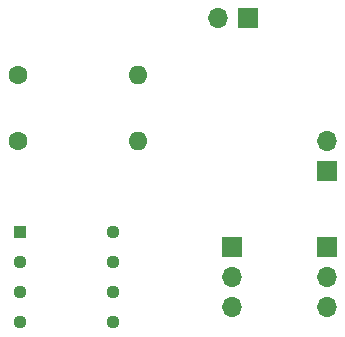
<source format=gbr>
%TF.GenerationSoftware,KiCad,Pcbnew,8.0.8*%
%TF.CreationDate,2025-02-27T22:52:23-05:00*%
%TF.ProjectId,CurrentDriverBoard,43757272-656e-4744-9472-69766572426f,rev?*%
%TF.SameCoordinates,Original*%
%TF.FileFunction,Soldermask,Top*%
%TF.FilePolarity,Negative*%
%FSLAX46Y46*%
G04 Gerber Fmt 4.6, Leading zero omitted, Abs format (unit mm)*
G04 Created by KiCad (PCBNEW 8.0.8) date 2025-02-27 22:52:23*
%MOMM*%
%LPD*%
G01*
G04 APERTURE LIST*
%ADD10R,1.700000X1.700000*%
%ADD11O,1.700000X1.700000*%
%ADD12C,1.600000*%
%ADD13O,1.600000X1.600000*%
%ADD14R,1.130000X1.130000*%
%ADD15C,1.130000*%
G04 APERTURE END LIST*
D10*
%TO.C,J1*%
X156000000Y-84960000D03*
D11*
X156000000Y-87500000D03*
X156000000Y-90040000D03*
%TD*%
D12*
%TO.C,R1*%
X137871200Y-70383400D03*
D13*
X148031200Y-70383400D03*
%TD*%
D12*
%TO.C,R2*%
X137920000Y-76000000D03*
D13*
X148080000Y-76000000D03*
%TD*%
D10*
%TO.C,J4*%
X164084000Y-78465600D03*
D11*
X164084000Y-75925600D03*
%TD*%
D10*
%TO.C,J2*%
X164058600Y-84937600D03*
D11*
X164058600Y-87477600D03*
X164058600Y-90017600D03*
%TD*%
D10*
%TO.C,J3*%
X157383400Y-65506600D03*
D11*
X154843400Y-65506600D03*
%TD*%
D14*
%TO.C,U1*%
X138030000Y-83690000D03*
D15*
X138030000Y-86230000D03*
X138030000Y-88770000D03*
X138030000Y-91310000D03*
X145970000Y-91310000D03*
X145970000Y-88770000D03*
X145970000Y-86230000D03*
X145970000Y-83690000D03*
%TD*%
M02*

</source>
